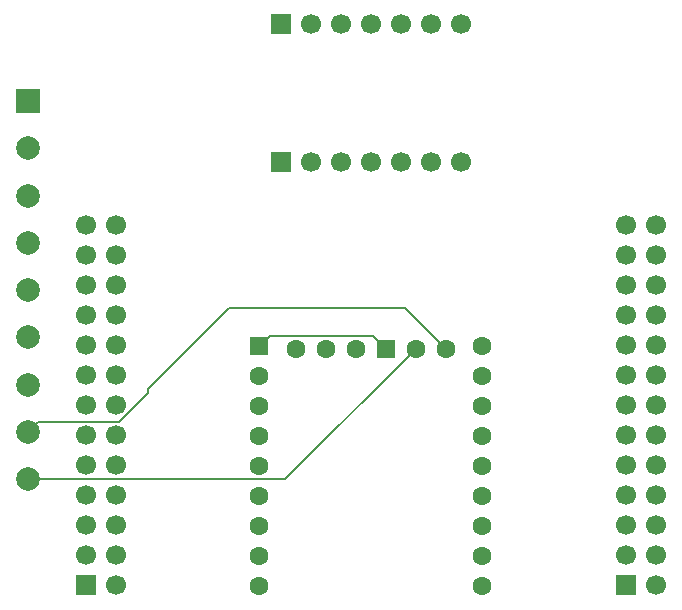
<source format=gbr>
%TF.GenerationSoftware,KiCad,Pcbnew,9.0.3*%
%TF.CreationDate,2025-07-27T20:55:45+02:00*%
%TF.ProjectId,Pololu Zumo 32U4 controller shield,506f6c6f-6c75-4205-9a75-6d6f20333255,rev?*%
%TF.SameCoordinates,Original*%
%TF.FileFunction,Copper,L2,Bot*%
%TF.FilePolarity,Positive*%
%FSLAX46Y46*%
G04 Gerber Fmt 4.6, Leading zero omitted, Abs format (unit mm)*
G04 Created by KiCad (PCBNEW 9.0.3) date 2025-07-27 20:55:45*
%MOMM*%
%LPD*%
G01*
G04 APERTURE LIST*
%TA.AperFunction,ComponentPad*%
%ADD10R,1.700000X1.700000*%
%TD*%
%TA.AperFunction,ComponentPad*%
%ADD11C,1.700000*%
%TD*%
%TA.AperFunction,ComponentPad*%
%ADD12C,1.600000*%
%TD*%
%TA.AperFunction,ComponentPad*%
%ADD13R,1.600000X1.600000*%
%TD*%
%TA.AperFunction,ComponentPad*%
%ADD14R,2.000000X2.000000*%
%TD*%
%TA.AperFunction,ComponentPad*%
%ADD15C,2.000000*%
%TD*%
%TA.AperFunction,Conductor*%
%ADD16C,0.200000*%
%TD*%
G04 APERTURE END LIST*
D10*
%TO.P,J9,1,Pin_1*%
%TO.N,unconnected-(J9-Pin_1-Pad1)*%
X171590000Y-125000000D03*
D11*
%TO.P,J9,2,Pin_2*%
%TO.N,unconnected-(J9-Pin_2-Pad2)*%
X174130000Y-125000000D03*
%TO.P,J9,3,Pin_3*%
%TO.N,unconnected-(J9-Pin_3-Pad3)*%
X171590000Y-122460000D03*
%TO.P,J9,4,Pin_4*%
%TO.N,unconnected-(J9-Pin_4-Pad4)*%
X174130000Y-122460000D03*
%TO.P,J9,5,Pin_5*%
%TO.N,Net-(A1-D1{slash}TX)*%
X171590000Y-119920000D03*
%TO.P,J9,6,Pin_6*%
%TO.N,VCC*%
X174130000Y-119920000D03*
%TO.P,J9,7,Pin_7*%
%TO.N,unconnected-(J9-Pin_7-Pad7)*%
X171590000Y-117380000D03*
%TO.P,J9,8,Pin_8*%
%TO.N,unconnected-(J9-Pin_8-Pad8)*%
X174130000Y-117380000D03*
%TO.P,J9,9,Pin_9*%
%TO.N,unconnected-(J9-Pin_9-Pad9)*%
X171590000Y-114840000D03*
%TO.P,J9,10,Pin_10*%
%TO.N,Net-(A1-D0{slash}RX)*%
X174130000Y-114840000D03*
%TO.P,J9,11,Pin_11*%
%TO.N,unconnected-(J9-Pin_11-Pad11)*%
X171590000Y-112300000D03*
%TO.P,J9,12,Pin_12*%
%TO.N,unconnected-(J9-Pin_12-Pad12)*%
X174130000Y-112300000D03*
%TO.P,J9,13,Pin_13*%
%TO.N,unconnected-(J9-Pin_13-Pad13)*%
X171590000Y-109760000D03*
%TO.P,J9,14,Pin_14*%
%TO.N,unconnected-(J9-Pin_14-Pad14)*%
X174130000Y-109760000D03*
%TO.P,J9,15,Pin_15*%
%TO.N,unconnected-(J9-Pin_15-Pad15)*%
X171590000Y-107220000D03*
%TO.P,J9,16,Pin_16*%
%TO.N,unconnected-(J9-Pin_16-Pad16)*%
X174130000Y-107220000D03*
%TO.P,J9,17,Pin_17*%
%TO.N,unconnected-(J9-Pin_17-Pad17)*%
X171590000Y-104680000D03*
%TO.P,J9,18,Pin_18*%
%TO.N,unconnected-(J9-Pin_18-Pad18)*%
X174130000Y-104680000D03*
%TO.P,J9,19,Pin_19*%
%TO.N,unconnected-(J9-Pin_19-Pad19)*%
X171590000Y-102140000D03*
%TO.P,J9,20,Pin_20*%
%TO.N,unconnected-(J9-Pin_20-Pad20)*%
X174130000Y-102140000D03*
%TO.P,J9,21,Pin_21*%
%TO.N,unconnected-(J9-Pin_21-Pad21)*%
X171590000Y-99600000D03*
%TO.P,J9,22,Pin_22*%
%TO.N,unconnected-(J9-Pin_22-Pad22)*%
X174130000Y-99600000D03*
%TO.P,J9,23,Pin_23*%
%TO.N,unconnected-(J9-Pin_23-Pad23)*%
X171590000Y-97060000D03*
%TO.P,J9,24,Pin_24*%
%TO.N,unconnected-(J9-Pin_24-Pad24)*%
X174130000Y-97060000D03*
%TO.P,J9,25,Pin_25*%
%TO.N,unconnected-(J9-Pin_25-Pad25)*%
X171590000Y-94520000D03*
%TO.P,J9,26,Pin_26*%
%TO.N,unconnected-(J9-Pin_26-Pad26)*%
X174130000Y-94520000D03*
%TD*%
D10*
%TO.P,J8,1,Pin_1*%
%TO.N,unconnected-(J8-Pin_1-Pad1)*%
X125910000Y-125000000D03*
D11*
%TO.P,J8,2,Pin_2*%
%TO.N,unconnected-(J8-Pin_2-Pad2)*%
X128450000Y-125000000D03*
%TO.P,J8,3,Pin_3*%
%TO.N,unconnected-(J8-Pin_3-Pad3)*%
X125910000Y-122460000D03*
%TO.P,J8,4,Pin_4*%
%TO.N,unconnected-(J8-Pin_4-Pad4)*%
X128450000Y-122460000D03*
%TO.P,J8,5,Pin_5*%
%TO.N,unconnected-(J8-Pin_5-Pad5)*%
X125910000Y-119920000D03*
%TO.P,J8,6,Pin_6*%
%TO.N,unconnected-(J8-Pin_6-Pad6)*%
X128450000Y-119920000D03*
%TO.P,J8,7,Pin_7*%
%TO.N,unconnected-(J8-Pin_7-Pad7)*%
X125910000Y-117380000D03*
%TO.P,J8,8,Pin_8*%
%TO.N,unconnected-(J8-Pin_8-Pad8)*%
X128450000Y-117380000D03*
%TO.P,J8,9,Pin_9*%
%TO.N,GND*%
X125910000Y-114840000D03*
%TO.P,J8,10,Pin_10*%
%TO.N,Net-(J7-Pin_5)*%
X128450000Y-114840000D03*
%TO.P,J8,11,Pin_11*%
%TO.N,unconnected-(J8-Pin_11-Pad11)*%
X125910000Y-112300000D03*
%TO.P,J8,12,Pin_12*%
%TO.N,unconnected-(J8-Pin_12-Pad12)*%
X128450000Y-112300000D03*
%TO.P,J8,13,Pin_13*%
%TO.N,unconnected-(J8-Pin_13-Pad13)*%
X125910000Y-109760000D03*
%TO.P,J8,14,Pin_14*%
%TO.N,unconnected-(J8-Pin_14-Pad14)*%
X128450000Y-109760000D03*
%TO.P,J8,15,Pin_15*%
%TO.N,unconnected-(J8-Pin_15-Pad15)*%
X125910000Y-107220000D03*
%TO.P,J8,16,Pin_16*%
%TO.N,unconnected-(J8-Pin_16-Pad16)*%
X128450000Y-107220000D03*
%TO.P,J8,17,Pin_17*%
%TO.N,unconnected-(J8-Pin_17-Pad17)*%
X125910000Y-104680000D03*
%TO.P,J8,18,Pin_18*%
%TO.N,unconnected-(J8-Pin_18-Pad18)*%
X128450000Y-104680000D03*
%TO.P,J8,19,Pin_19*%
%TO.N,unconnected-(J8-Pin_19-Pad19)*%
X125910000Y-102140000D03*
%TO.P,J8,20,Pin_20*%
%TO.N,unconnected-(J8-Pin_20-Pad20)*%
X128450000Y-102140000D03*
%TO.P,J8,21,Pin_21*%
%TO.N,unconnected-(J8-Pin_21-Pad21)*%
X125910000Y-99600000D03*
%TO.P,J8,22,Pin_22*%
%TO.N,unconnected-(J8-Pin_22-Pad22)*%
X128450000Y-99600000D03*
%TO.P,J8,23,Pin_23*%
%TO.N,unconnected-(J8-Pin_23-Pad23)*%
X125910000Y-97060000D03*
%TO.P,J8,24,Pin_24*%
%TO.N,unconnected-(J8-Pin_24-Pad24)*%
X128450000Y-97060000D03*
%TO.P,J8,25,Pin_25*%
%TO.N,unconnected-(J8-Pin_25-Pad25)*%
X125910000Y-94520000D03*
%TO.P,J8,26,Pin_26*%
%TO.N,unconnected-(J8-Pin_26-Pad26)*%
X128450000Y-94520000D03*
%TD*%
D10*
%TO.P,J2,1,Pin_1*%
%TO.N,Net-(J1-Pin_1)*%
X142380000Y-77500000D03*
D11*
%TO.P,J2,2,Pin_2*%
%TO.N,Net-(J1-Pin_2)*%
X144920000Y-77500000D03*
%TO.P,J2,3,Pin_3*%
%TO.N,Net-(J1-Pin_3)*%
X147460000Y-77500000D03*
%TO.P,J2,4,Pin_4*%
%TO.N,Net-(J1-Pin_4)*%
X150000000Y-77500000D03*
%TO.P,J2,5,Pin_5*%
%TO.N,Net-(J1-Pin_5)*%
X152540000Y-77500000D03*
%TO.P,J2,6,Pin_6*%
%TO.N,Net-(J1-Pin_6)*%
X155080000Y-77500000D03*
%TO.P,J2,7,Pin_7*%
%TO.N,Net-(J1-Pin_7)*%
X157620000Y-77500000D03*
%TD*%
D10*
%TO.P,J1,1,Pin_1*%
%TO.N,Net-(J1-Pin_1)*%
X142380000Y-89170000D03*
D11*
%TO.P,J1,2,Pin_2*%
%TO.N,Net-(J1-Pin_2)*%
X144920000Y-89170000D03*
%TO.P,J1,3,Pin_3*%
%TO.N,Net-(J1-Pin_3)*%
X147460000Y-89170000D03*
%TO.P,J1,4,Pin_4*%
%TO.N,Net-(J1-Pin_4)*%
X150000000Y-89170000D03*
%TO.P,J1,5,Pin_5*%
%TO.N,Net-(J1-Pin_5)*%
X152540000Y-89170000D03*
%TO.P,J1,6,Pin_6*%
%TO.N,Net-(J1-Pin_6)*%
X155080000Y-89170000D03*
%TO.P,J1,7,Pin_7*%
%TO.N,Net-(J1-Pin_7)*%
X157620000Y-89170000D03*
%TD*%
D12*
%TO.P,A1,30,VIN*%
%TO.N,VCC*%
X140595000Y-107260000D03*
D13*
%TO.P,A1,29,GND*%
%TO.N,GND*%
X151270000Y-104960000D03*
D12*
%TO.P,A1,27,+5V*%
%TO.N,unconnected-(A1-+5V-Pad27)*%
X159405000Y-104720000D03*
%TO.P,A1,24,A5*%
%TO.N,unconnected-(A1-A5-Pad24)*%
X140595000Y-122500000D03*
%TO.P,A1,23,A4*%
%TO.N,unconnected-(A1-A4-Pad23)*%
X140595000Y-119960000D03*
%TO.P,A1,22,A3*%
%TO.N,unconnected-(A1-A3-Pad22)*%
X140595000Y-117420000D03*
%TO.P,A1,21,A2*%
%TO.N,unconnected-(A1-A2-Pad21)*%
X140595000Y-114880000D03*
%TO.P,A1,20,A1*%
%TO.N,unconnected-(A1-A1-Pad20)*%
X140595000Y-112340000D03*
%TO.P,A1,19,A0*%
%TO.N,unconnected-(A1-A0-Pad19)*%
X140595000Y-109800000D03*
%TO.P,A1,16,D13*%
%TO.N,Net-(A1-D13)*%
X148730000Y-104960000D03*
%TO.P,A1,15,D12*%
%TO.N,Net-(A1-D12)*%
X153810000Y-104960000D03*
%TO.P,A1,14,D11*%
%TO.N,Net-(A1-D11)*%
X156350000Y-104960000D03*
%TO.P,A1,13,D10*%
%TO.N,Net-(A1-D10)*%
X159405000Y-107260000D03*
%TO.P,A1,12,D9*%
%TO.N,unconnected-(A1-D9-Pad12)*%
X159405000Y-109800000D03*
%TO.P,A1,11,D8*%
%TO.N,unconnected-(A1-D8-Pad11)*%
X159405000Y-112340000D03*
%TO.P,A1,10,D7*%
%TO.N,unconnected-(A1-D7-Pad10)*%
X159405000Y-114880000D03*
%TO.P,A1,9,D6*%
%TO.N,unconnected-(A1-D6-Pad9)*%
X159405000Y-117420000D03*
%TO.P,A1,8,D5*%
%TO.N,unconnected-(A1-D5-Pad8)*%
X159405000Y-119960000D03*
%TO.P,A1,7,D4*%
%TO.N,unconnected-(A1-D4-Pad7)*%
X159405000Y-122500000D03*
%TO.P,A1,6,D3*%
%TO.N,unconnected-(A1-D3-Pad6)*%
X159405000Y-125040000D03*
D13*
%TO.P,A1,4,GND*%
%TO.N,GND*%
X140595000Y-104720000D03*
D12*
%TO.P,A1,3,~{RESET}*%
%TO.N,unconnected-(A1-~{RESET}-Pad3)*%
X140595000Y-125040000D03*
%TO.P,A1,2,D0/RX*%
%TO.N,Net-(A1-D0{slash}RX)*%
X146190000Y-104960000D03*
%TO.P,A1,1,D1/TX*%
%TO.N,Net-(A1-D1{slash}TX)*%
X143650000Y-104960000D03*
%TD*%
D14*
%TO.P,J7,1,Pin_1*%
%TO.N,unconnected-(J7-Pin_1-Pad1)*%
X121000000Y-84000000D03*
D15*
%TO.P,J7,2,Pin_2*%
%TO.N,unconnected-(J7-Pin_2-Pad2)*%
X121000000Y-88000000D03*
%TO.P,J7,3,Pin_3*%
%TO.N,Net-(A1-D13)*%
X121000000Y-92000000D03*
%TO.P,J7,4,Pin_4*%
%TO.N,Net-(A1-D10)*%
X121000000Y-96000000D03*
%TO.P,J7,5,Pin_5*%
%TO.N,Net-(J7-Pin_5)*%
X121000000Y-100000000D03*
%TO.P,J7,6,Pin_6*%
%TO.N,GND*%
X121000000Y-104000000D03*
%TO.P,J7,7,Pin_7*%
%TO.N,unconnected-(J7-Pin_7-Pad7)*%
X121000000Y-108000000D03*
%TO.P,J7,8,Pin_8*%
%TO.N,Net-(A1-D11)*%
X121000000Y-112000000D03*
%TO.P,J7,9,Pin_9*%
%TO.N,Net-(A1-D12)*%
X121000000Y-116000000D03*
%TD*%
D16*
%TO.N,GND*%
X141456000Y-103859000D02*
X150169000Y-103859000D01*
X140595000Y-104720000D02*
X141456000Y-103859000D01*
X150169000Y-103859000D02*
X151270000Y-104960000D01*
%TO.N,Net-(A1-D11)*%
X128688760Y-111149000D02*
X121851000Y-111149000D01*
X131138760Y-108699000D02*
X128688760Y-111149000D01*
X131138760Y-108361240D02*
X131138760Y-108699000D01*
X152890000Y-101500000D02*
X138000000Y-101500000D01*
X138000000Y-101500000D02*
X131138760Y-108361240D01*
X156350000Y-104960000D02*
X152890000Y-101500000D01*
X121851000Y-111149000D02*
X121000000Y-112000000D01*
%TO.N,Net-(A1-D12)*%
X142770000Y-116000000D02*
X121000000Y-116000000D01*
X153810000Y-104960000D02*
X142770000Y-116000000D01*
%TD*%
M02*

</source>
